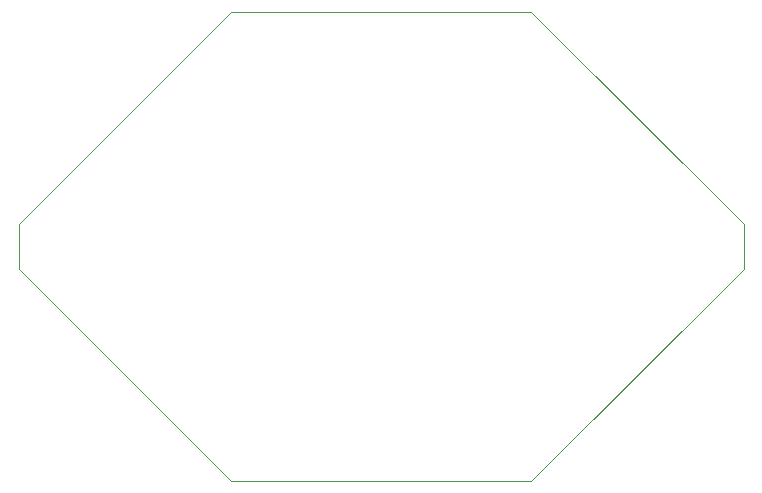
<source format=gbr>
%TF.GenerationSoftware,KiCad,Pcbnew,(7.0.0)*%
%TF.CreationDate,2023-03-06T19:10:06-05:00*%
%TF.ProjectId,cyton daisy,6379746f-6e20-4646-9169-73792e6b6963,rev?*%
%TF.SameCoordinates,Original*%
%TF.FileFunction,Profile,NP*%
%FSLAX46Y46*%
G04 Gerber Fmt 4.6, Leading zero omitted, Abs format (unit mm)*
G04 Created by KiCad (PCBNEW (7.0.0)) date 2023-03-06 19:10:06*
%MOMM*%
%LPD*%
G01*
G04 APERTURE LIST*
%TA.AperFunction,Profile*%
%ADD10C,0.101600*%
%TD*%
G04 APERTURE END LIST*
D10*
X170357800Y-94183200D02*
X170357800Y-97942400D01*
X152374600Y-115900200D01*
X126974600Y-115900200D01*
X108991400Y-97942400D01*
X108991400Y-94208600D01*
X126974600Y-76225400D01*
X152400000Y-76225400D01*
X170357800Y-94183200D01*
M02*

</source>
